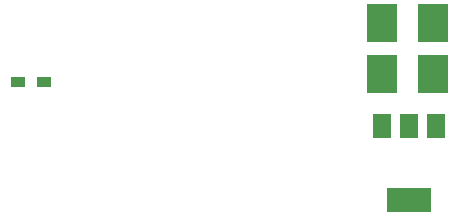
<source format=gtp>
G04 #@! TF.GenerationSoftware,KiCad,Pcbnew,no-vcs-found-5f4599f~59~ubuntu16.04.1*
G04 #@! TF.CreationDate,2017-07-19T09:38:49+03:00*
G04 #@! TF.ProjectId,serial_gw_maple_mini,73657269616C5F67775F6D61706C655F,rev?*
G04 #@! TF.SameCoordinates,Original
G04 #@! TF.FileFunction,Paste,Top*
G04 #@! TF.FilePolarity,Positive*
%FSLAX46Y46*%
G04 Gerber Fmt 4.6, Leading zero omitted, Abs format (unit mm)*
G04 Created by KiCad (PCBNEW no-vcs-found-5f4599f~59~ubuntu16.04.1) date Wed Jul 19 09:38:49 2017*
%MOMM*%
%LPD*%
G01*
G04 APERTURE LIST*
%ADD10R,2.500000X3.200000*%
%ADD11R,1.200000X0.900000*%
%ADD12R,1.500000X2.000000*%
%ADD13R,3.800000X2.000000*%
G04 APERTURE END LIST*
D10*
X198882000Y-46618000D03*
X198882000Y-50918000D03*
X203200000Y-50918000D03*
X203200000Y-46618000D03*
D11*
X168064000Y-51562000D03*
X170264000Y-51562000D03*
D12*
X203468000Y-55270000D03*
X198868000Y-55270000D03*
X201168000Y-55270000D03*
D13*
X201168000Y-61570000D03*
M02*

</source>
